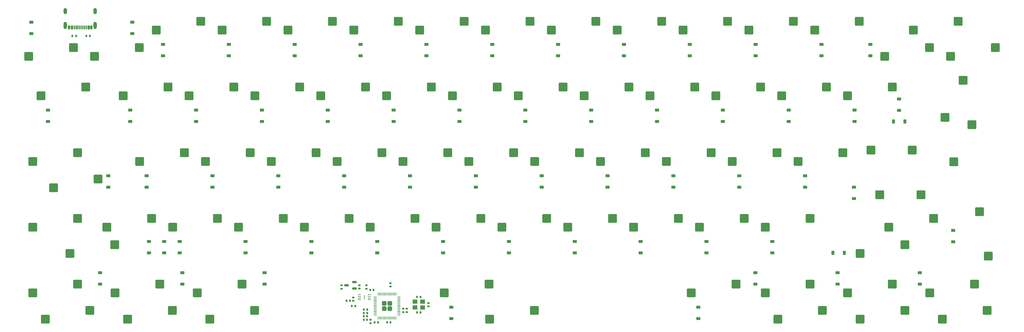
<source format=gbr>
%TF.GenerationSoftware,KiCad,Pcbnew,8.0.7*%
%TF.CreationDate,2024-12-17T23:30:47+08:00*%
%TF.ProjectId,PH60_Rev2,50483630-5f52-4657-9632-2e6b69636164,rev?*%
%TF.SameCoordinates,PX1b40518PY1b40518*%
%TF.FileFunction,Paste,Bot*%
%TF.FilePolarity,Positive*%
%FSLAX46Y46*%
G04 Gerber Fmt 4.6, Leading zero omitted, Abs format (unit mm)*
G04 Created by KiCad (PCBNEW 8.0.7) date 2024-12-17 23:30:47*
%MOMM*%
%LPD*%
G01*
G04 APERTURE LIST*
G04 Aperture macros list*
%AMRoundRect*
0 Rectangle with rounded corners*
0 $1 Rounding radius*
0 $2 $3 $4 $5 $6 $7 $8 $9 X,Y pos of 4 corners*
0 Add a 4 corners polygon primitive as box body*
4,1,4,$2,$3,$4,$5,$6,$7,$8,$9,$2,$3,0*
0 Add four circle primitives for the rounded corners*
1,1,$1+$1,$2,$3*
1,1,$1+$1,$4,$5*
1,1,$1+$1,$6,$7*
1,1,$1+$1,$8,$9*
0 Add four rect primitives between the rounded corners*
20,1,$1+$1,$2,$3,$4,$5,0*
20,1,$1+$1,$4,$5,$6,$7,0*
20,1,$1+$1,$6,$7,$8,$9,0*
20,1,$1+$1,$8,$9,$2,$3,0*%
G04 Aperture macros list end*
%ADD10RoundRect,0.250000X-1.025000X-1.000000X1.025000X-1.000000X1.025000X1.000000X-1.025000X1.000000X0*%
%ADD11RoundRect,0.250000X1.025000X1.000000X-1.025000X1.000000X-1.025000X-1.000000X1.025000X-1.000000X0*%
%ADD12RoundRect,0.250000X1.000000X-1.025000X1.000000X1.025000X-1.000000X1.025000X-1.000000X-1.025000X0*%
%ADD13RoundRect,0.250000X-1.000000X1.025000X-1.000000X-1.025000X1.000000X-1.025000X1.000000X1.025000X0*%
%ADD14RoundRect,0.225000X-0.375000X0.225000X-0.375000X-0.225000X0.375000X-0.225000X0.375000X0.225000X0*%
%ADD15RoundRect,0.225000X0.375000X-0.225000X0.375000X0.225000X-0.375000X0.225000X-0.375000X-0.225000X0*%
%ADD16RoundRect,0.135000X-0.185000X0.135000X-0.185000X-0.135000X0.185000X-0.135000X0.185000X0.135000X0*%
%ADD17RoundRect,0.140000X0.140000X0.170000X-0.140000X0.170000X-0.140000X-0.170000X0.140000X-0.170000X0*%
%ADD18RoundRect,0.135000X-0.135000X-0.185000X0.135000X-0.185000X0.135000X0.185000X-0.135000X0.185000X0*%
%ADD19RoundRect,0.225000X-0.225000X-0.375000X0.225000X-0.375000X0.225000X0.375000X-0.225000X0.375000X0*%
%ADD20RoundRect,0.135000X0.135000X0.185000X-0.135000X0.185000X-0.135000X-0.185000X0.135000X-0.185000X0*%
%ADD21RoundRect,0.140000X-0.170000X0.140000X-0.170000X-0.140000X0.170000X-0.140000X0.170000X0.140000X0*%
%ADD22RoundRect,0.140000X0.170000X-0.140000X0.170000X0.140000X-0.170000X0.140000X-0.170000X-0.140000X0*%
%ADD23R,1.400000X1.200000*%
%ADD24RoundRect,0.040000X0.040000X0.605000X-0.040000X0.605000X-0.040000X-0.605000X0.040000X-0.605000X0*%
%ADD25RoundRect,0.062500X0.387500X0.062500X-0.387500X0.062500X-0.387500X-0.062500X0.387500X-0.062500X0*%
%ADD26RoundRect,0.140000X-0.140000X-0.170000X0.140000X-0.170000X0.140000X0.170000X-0.140000X0.170000X0*%
%ADD27RoundRect,0.249999X-0.395001X0.395001X-0.395001X-0.395001X0.395001X-0.395001X0.395001X0.395001X0*%
%ADD28RoundRect,0.050000X-0.050000X0.387500X-0.050000X-0.387500X0.050000X-0.387500X0.050000X0.387500X0*%
%ADD29RoundRect,0.050000X-0.387500X0.050000X-0.387500X-0.050000X0.387500X-0.050000X0.387500X0.050000X0*%
%ADD30RoundRect,0.150000X0.512500X0.150000X-0.512500X0.150000X-0.512500X-0.150000X0.512500X-0.150000X0*%
%ADD31RoundRect,0.150000X-0.150000X-0.425000X0.150000X-0.425000X0.150000X0.425000X-0.150000X0.425000X0*%
%ADD32RoundRect,0.075000X-0.075000X-0.500000X0.075000X-0.500000X0.075000X0.500000X-0.075000X0.500000X0*%
%ADD33O,1.000000X1.800000*%
%ADD34O,1.000000X2.100000*%
G04 APERTURE END LIST*
D10*
%TO.C,S20*%
X107215000Y-26035000D03*
X120142000Y-23495000D03*
%TD*%
%TO.C,S19*%
X88165000Y-26035000D03*
X101092000Y-23495000D03*
%TD*%
%TO.C,S47*%
X83402500Y-64135000D03*
X96329500Y-61595000D03*
%TD*%
%TO.C,S4*%
X59590000Y-6985000D03*
X72517000Y-4445000D03*
%TD*%
%TO.C,S7*%
X116740000Y-6985000D03*
X129667000Y-4445000D03*
%TD*%
D11*
%TO.C,S57-2*%
X21372500Y-88265000D03*
X8445500Y-90805000D03*
%TD*%
D10*
%TO.C,S12*%
X211990000Y-6985000D03*
X224917000Y-4445000D03*
%TD*%
D11*
%TO.C,S62*%
X233303750Y-88265000D03*
X220376750Y-90805000D03*
%TD*%
D10*
%TO.C,S3*%
X40540000Y-6985000D03*
X53467000Y-4445000D03*
%TD*%
%TO.C,S15*%
X7202500Y-26035000D03*
X20129500Y-23495000D03*
%TD*%
%TO.C,S62-2*%
X216752500Y-83185000D03*
X229679500Y-80645000D03*
%TD*%
%TO.C,S25*%
X202465000Y-26035000D03*
X215392000Y-23495000D03*
%TD*%
D11*
%TO.C,S1*%
X16610000Y-12065000D03*
X3683000Y-14605000D03*
%TD*%
D10*
%TO.C,S9*%
X154840000Y-6985000D03*
X167767000Y-4445000D03*
%TD*%
%TO.C,S44*%
X26252500Y-64135000D03*
X39179500Y-61595000D03*
%TD*%
%TO.C,S23*%
X164365000Y-26035000D03*
X177292000Y-23495000D03*
%TD*%
%TO.C,S64-2*%
X264377500Y-83185000D03*
X277304500Y-80645000D03*
%TD*%
%TO.C,S57*%
X4821250Y-83185000D03*
X17748250Y-80645000D03*
%TD*%
%TO.C,S14*%
X259615000Y-6985000D03*
X272542000Y-4445000D03*
%TD*%
%TO.C,S61*%
X195321250Y-83185000D03*
X208248250Y-80645000D03*
%TD*%
%TO.C,S16*%
X31015000Y-26035000D03*
X43942000Y-23495000D03*
%TD*%
%TO.C,S24*%
X183415000Y-26035000D03*
X196342000Y-23495000D03*
%TD*%
%TO.C,S31*%
X54827500Y-45085000D03*
X67754500Y-42545000D03*
%TD*%
%TO.C,S33*%
X92927500Y-45085000D03*
X105854500Y-42545000D03*
%TD*%
%TO.C,S34*%
X111977500Y-45085000D03*
X124904500Y-42545000D03*
%TD*%
%TO.C,S46*%
X64352500Y-64135000D03*
X77279500Y-61595000D03*
%TD*%
%TO.C,S50*%
X140552500Y-64135000D03*
X153479500Y-61595000D03*
%TD*%
%TO.C,S22*%
X145315000Y-26035000D03*
X158242000Y-23495000D03*
%TD*%
D12*
%TO.C,S41*%
X249872500Y-54710000D03*
X247332500Y-41783000D03*
%TD*%
D10*
%TO.C,S63-2*%
X240565000Y-83185000D03*
X253492000Y-80645000D03*
%TD*%
%TO.C,S27*%
X240565000Y-26035000D03*
X253492000Y-23495000D03*
%TD*%
%TO.C,S58*%
X28633750Y-83185000D03*
X41560750Y-80645000D03*
%TD*%
D11*
%TO.C,S60-2*%
X149960000Y-88265000D03*
X137033000Y-90805000D03*
%TD*%
D10*
%TO.C,S8*%
X135790000Y-6985000D03*
X148717000Y-4445000D03*
%TD*%
D11*
%TO.C,S63*%
X257116250Y-88265000D03*
X244189250Y-90805000D03*
%TD*%
D10*
%TO.C,S37*%
X169127500Y-45085000D03*
X182054500Y-42545000D03*
%TD*%
D11*
%TO.C,S55*%
X257116250Y-69215000D03*
X244189250Y-71755000D03*
%TD*%
D10*
%TO.C,S21*%
X126265000Y-26035000D03*
X139192000Y-23495000D03*
%TD*%
%TO.C,S11*%
X192940000Y-6985000D03*
X205867000Y-4445000D03*
%TD*%
%TO.C,S52*%
X178652500Y-64135000D03*
X191579500Y-61595000D03*
%TD*%
%TO.C,S30*%
X35777500Y-45085000D03*
X48704500Y-42545000D03*
%TD*%
%TO.C,S38*%
X188177500Y-45085000D03*
X201104500Y-42545000D03*
%TD*%
%TO.C,S35*%
X131027500Y-45085000D03*
X143954500Y-42545000D03*
%TD*%
%TO.C,S39*%
X207227500Y-45085000D03*
X220154500Y-42545000D03*
%TD*%
%TO.C,S48*%
X102452500Y-64135000D03*
X115379500Y-61595000D03*
%TD*%
%TO.C,S18*%
X69115000Y-26035000D03*
X82042000Y-23495000D03*
%TD*%
D12*
%TO.C,S28-2*%
X261778750Y-54710000D03*
X259238750Y-41783000D03*
%TD*%
D10*
%TO.C,S45*%
X45302500Y-64135000D03*
X58229500Y-61595000D03*
%TD*%
%TO.C,S13*%
X231040000Y-6985000D03*
X243967000Y-4445000D03*
%TD*%
%TO.C,S26*%
X221515000Y-26035000D03*
X234442000Y-23495000D03*
%TD*%
%TO.C,S5*%
X78640000Y-6985000D03*
X91567000Y-4445000D03*
%TD*%
%TO.C,S17*%
X50065000Y-26035000D03*
X62992000Y-23495000D03*
%TD*%
%TO.C,S32*%
X73877500Y-45085000D03*
X86804500Y-42545000D03*
%TD*%
%TO.C,S55-2*%
X252471250Y-64135000D03*
X265398250Y-61595000D03*
%TD*%
%TO.C,S36*%
X150077500Y-45085000D03*
X163004500Y-42545000D03*
%TD*%
%TO.C,S49*%
X121502500Y-64135000D03*
X134429500Y-61595000D03*
%TD*%
%TO.C,S60*%
X123883750Y-83185000D03*
X136810750Y-80645000D03*
%TD*%
%TO.C,S53*%
X197702500Y-64135000D03*
X210629500Y-61595000D03*
%TD*%
%TO.C,S10*%
X173890000Y-6985000D03*
X186817000Y-4445000D03*
%TD*%
D13*
%TO.C,S56*%
X278765000Y-59590000D03*
X281305000Y-72517000D03*
%TD*%
D10*
%TO.C,S59*%
X52446250Y-83185000D03*
X65373250Y-80645000D03*
%TD*%
D11*
%TO.C,S42*%
X264260000Y-12065000D03*
X251333000Y-14605000D03*
%TD*%
%TO.C,S14-2*%
X283310000Y-12065000D03*
X270383000Y-14605000D03*
%TD*%
D10*
%TO.C,S54*%
X216752500Y-64135000D03*
X229679500Y-61595000D03*
%TD*%
%TO.C,S43*%
X4821250Y-64135000D03*
X17748250Y-61595000D03*
%TD*%
%TO.C,S51*%
X159602500Y-64135000D03*
X172529500Y-61595000D03*
%TD*%
D11*
%TO.C,S58-2*%
X45185000Y-88265000D03*
X32258000Y-90805000D03*
%TD*%
D13*
%TO.C,S41-2*%
X274002500Y-21490000D03*
X276542500Y-34417000D03*
%TD*%
D12*
%TO.C,S28*%
X271303750Y-45185000D03*
X268763750Y-32258000D03*
%TD*%
D10*
%TO.C,S29-2*%
X4821250Y-45085000D03*
X17748250Y-42545000D03*
%TD*%
D11*
%TO.C,S29*%
X23753750Y-50165000D03*
X10826750Y-52705000D03*
%TD*%
D10*
%TO.C,S6*%
X97690000Y-6985000D03*
X110617000Y-4445000D03*
%TD*%
D11*
%TO.C,S59-2*%
X68997500Y-88265000D03*
X56070500Y-90805000D03*
%TD*%
%TO.C,S43-2*%
X28516250Y-69215000D03*
X15589250Y-71755000D03*
%TD*%
%TO.C,S2*%
X35660000Y-12065000D03*
X22733000Y-14605000D03*
%TD*%
%TO.C,S64*%
X280928750Y-88265000D03*
X268001750Y-90805000D03*
%TD*%
D10*
%TO.C,S40*%
X226277500Y-45085000D03*
X239204500Y-42545000D03*
%TD*%
D14*
%TO.C,D1*%
X4445000Y-4645000D03*
X4445000Y-7945000D03*
%TD*%
D15*
%TO.C,D46*%
X66357500Y-71555000D03*
X66357500Y-68255000D03*
%TD*%
%TO.C,D32*%
X75882500Y-52505000D03*
X75882500Y-49205000D03*
%TD*%
%TO.C,D34*%
X113982500Y-52505000D03*
X113982500Y-49205000D03*
%TD*%
D14*
%TO.C,D41*%
X242412500Y-52505000D03*
X242412500Y-55805000D03*
%TD*%
D15*
%TO.C,D56*%
X271145000Y-68325000D03*
X271145000Y-65025000D03*
%TD*%
%TO.C,D50*%
X142557500Y-71555000D03*
X142557500Y-68255000D03*
%TD*%
%TO.C,D51*%
X161607500Y-71555000D03*
X161607500Y-68255000D03*
%TD*%
%TO.C,D5*%
X80645000Y-14405000D03*
X80645000Y-11105000D03*
%TD*%
D16*
%TO.C,R1*%
X101325000Y-80935000D03*
X101325000Y-81955000D03*
%TD*%
D15*
%TO.C,D38*%
X190182500Y-52505000D03*
X190182500Y-49205000D03*
%TD*%
%TO.C,D52*%
X180657500Y-71555000D03*
X180657500Y-68255000D03*
%TD*%
%TO.C,D60*%
X125888750Y-90605000D03*
X125888750Y-87305000D03*
%TD*%
%TO.C,D48*%
X104457500Y-71555000D03*
X104457500Y-68255000D03*
%TD*%
%TO.C,D20*%
X109220000Y-33455000D03*
X109220000Y-30155000D03*
%TD*%
D17*
%TO.C,C8*%
X101555000Y-89975000D03*
X100595000Y-89975000D03*
%TD*%
D18*
%TO.C,R4*%
X100565000Y-88975000D03*
X101585000Y-88975000D03*
%TD*%
D15*
%TO.C,D42*%
X255462500Y-30225000D03*
X255462500Y-26925000D03*
%TD*%
D19*
%TO.C,D55*%
X236350000Y-71555000D03*
X239650000Y-71555000D03*
%TD*%
D15*
%TO.C,D49*%
X123507500Y-71555000D03*
X123507500Y-68255000D03*
%TD*%
D14*
%TO.C,D64*%
X261462500Y-77345000D03*
X261462500Y-80645000D03*
%TD*%
D15*
%TO.C,D27*%
X242570000Y-33455000D03*
X242570000Y-30155000D03*
%TD*%
D17*
%TO.C,C10*%
X101555000Y-90975000D03*
X100595000Y-90975000D03*
%TD*%
D15*
%TO.C,D3*%
X42545000Y-14405000D03*
X42545000Y-11105000D03*
%TD*%
D20*
%TO.C,R6*%
X17325000Y-8675000D03*
X16305000Y-8675000D03*
%TD*%
D15*
%TO.C,D4*%
X61595000Y-14405000D03*
X61595000Y-11105000D03*
%TD*%
%TO.C,D33*%
X94932500Y-52505000D03*
X94932500Y-49205000D03*
%TD*%
D21*
%TO.C,C9*%
X102555000Y-90975000D03*
X102555000Y-91935000D03*
%TD*%
D22*
%TO.C,C7*%
X97550000Y-85470758D03*
X97550000Y-84510758D03*
%TD*%
D15*
%TO.C,D17*%
X52070000Y-33455000D03*
X52070000Y-30155000D03*
%TD*%
D23*
%TO.C,Y1*%
X117625000Y-87425000D03*
X115425000Y-87425000D03*
X115425000Y-85725000D03*
X117625000Y-85725000D03*
%TD*%
D24*
%TO.C,U2*%
X100750000Y-84400000D03*
D25*
X102175000Y-83650000D03*
X102175000Y-84150000D03*
X102175000Y-84650000D03*
X102175000Y-85150000D03*
X99325000Y-85150000D03*
X99325000Y-84650000D03*
X99325000Y-84150000D03*
X99325000Y-83650000D03*
%TD*%
D26*
%TO.C,C2*%
X116045000Y-84325000D03*
X117005000Y-84325000D03*
%TD*%
D19*
%TO.C,D28*%
X253812500Y-33455000D03*
X257112500Y-33455000D03*
%TD*%
D14*
%TO.C,D63*%
X237650000Y-77345000D03*
X237650000Y-80645000D03*
%TD*%
D15*
%TO.C,D31*%
X56832500Y-52505000D03*
X56832500Y-49205000D03*
%TD*%
D27*
%TO.C,U3*%
X108125000Y-86175000D03*
X106525000Y-86175000D03*
X108125000Y-87775000D03*
X106525000Y-87775000D03*
D28*
X104725000Y-83537500D03*
X105125000Y-83537500D03*
X105525000Y-83537500D03*
X105925000Y-83537500D03*
X106325000Y-83537500D03*
X106725000Y-83537500D03*
X107125000Y-83537500D03*
X107525000Y-83537500D03*
X107925000Y-83537500D03*
X108325000Y-83537500D03*
X108725000Y-83537500D03*
X109125000Y-83537500D03*
X109525000Y-83537500D03*
X109925000Y-83537500D03*
D29*
X110762500Y-84375000D03*
X110762500Y-84775000D03*
X110762500Y-85175000D03*
X110762500Y-85575000D03*
X110762500Y-85975000D03*
X110762500Y-86375000D03*
X110762500Y-86775000D03*
X110762500Y-87175000D03*
X110762500Y-87575000D03*
X110762500Y-87975000D03*
X110762500Y-88375000D03*
X110762500Y-88775000D03*
X110762500Y-89175000D03*
X110762500Y-89575000D03*
D28*
X109925000Y-90412500D03*
X109525000Y-90412500D03*
X109125000Y-90412500D03*
X108725000Y-90412500D03*
X108325000Y-90412500D03*
X107925000Y-90412500D03*
X107525000Y-90412500D03*
X107125000Y-90412500D03*
X106725000Y-90412500D03*
X106325000Y-90412500D03*
X105925000Y-90412500D03*
X105525000Y-90412500D03*
X105125000Y-90412500D03*
X104725000Y-90412500D03*
D29*
X103887500Y-89575000D03*
X103887500Y-89175000D03*
X103887500Y-88775000D03*
X103887500Y-88375000D03*
X103887500Y-87975000D03*
X103887500Y-87575000D03*
X103887500Y-87175000D03*
X103887500Y-86775000D03*
X103887500Y-86375000D03*
X103887500Y-85975000D03*
X103887500Y-85575000D03*
X103887500Y-85175000D03*
X103887500Y-84775000D03*
X103887500Y-84375000D03*
%TD*%
D22*
%TO.C,C4*%
X99325000Y-81925000D03*
X99325000Y-80965000D03*
%TD*%
D15*
%TO.C,D29*%
X26668750Y-52505000D03*
X26668750Y-49205000D03*
%TD*%
%TO.C,D40*%
X228282500Y-52505000D03*
X228282500Y-49205000D03*
%TD*%
%TO.C,D47*%
X85407500Y-71555000D03*
X85407500Y-68255000D03*
%TD*%
%TO.C,D9*%
X156845000Y-14405000D03*
X156845000Y-11105000D03*
%TD*%
D20*
%TO.C,R5*%
X117035000Y-88825000D03*
X116015000Y-88825000D03*
%TD*%
D15*
%TO.C,D45*%
X47307500Y-71555000D03*
X47307500Y-68255000D03*
%TD*%
%TO.C,D54*%
X218757500Y-71555000D03*
X218757500Y-68255000D03*
%TD*%
%TO.C,D7*%
X118745000Y-14405000D03*
X118745000Y-11105000D03*
%TD*%
%TO.C,D53*%
X199707500Y-71555000D03*
X199707500Y-68255000D03*
%TD*%
%TO.C,D24*%
X185420000Y-33455000D03*
X185420000Y-30155000D03*
%TD*%
D17*
%TO.C,C12*%
X108325000Y-91675000D03*
X107365000Y-91675000D03*
%TD*%
D15*
%TO.C,D39*%
X209232500Y-52505000D03*
X209232500Y-49205000D03*
%TD*%
%TO.C,D21*%
X128270000Y-33455000D03*
X128270000Y-30155000D03*
%TD*%
D22*
%TO.C,C3*%
X119275000Y-87055000D03*
X119275000Y-86095000D03*
%TD*%
D15*
%TO.C,D10*%
X175895000Y-14405000D03*
X175895000Y-11105000D03*
%TD*%
D14*
%TO.C,D2*%
X33655000Y-4645000D03*
X33655000Y-7945000D03*
%TD*%
D15*
%TO.C,D25*%
X204470000Y-33455000D03*
X204470000Y-30155000D03*
%TD*%
%TO.C,D44*%
X42862500Y-71555000D03*
X42862500Y-68255000D03*
%TD*%
%TO.C,D14*%
X247175000Y-14405000D03*
X247175000Y-11105000D03*
%TD*%
D14*
%TO.C,D57*%
X24287500Y-77345000D03*
X24287500Y-80645000D03*
%TD*%
D15*
%TO.C,D16*%
X33020000Y-33455000D03*
X33020000Y-30155000D03*
%TD*%
D21*
%TO.C,C1*%
X94125000Y-80975000D03*
X94125000Y-81935000D03*
%TD*%
D15*
%TO.C,D13*%
X233045000Y-14405000D03*
X233045000Y-11105000D03*
%TD*%
%TO.C,D43*%
X38417500Y-71555000D03*
X38417500Y-68255000D03*
%TD*%
D30*
%TO.C,U4*%
X97862500Y-80025000D03*
X97862500Y-81925000D03*
X95587500Y-80975000D03*
%TD*%
D18*
%TO.C,R3*%
X100565000Y-87975000D03*
X101585000Y-87975000D03*
%TD*%
D15*
%TO.C,D15*%
X9207500Y-33455000D03*
X9207500Y-30155000D03*
%TD*%
%TO.C,D6*%
X99695000Y-14405000D03*
X99695000Y-11105000D03*
%TD*%
D17*
%TO.C,C11*%
X104725000Y-91675000D03*
X103765000Y-91675000D03*
%TD*%
%TO.C,C16*%
X98105000Y-86965000D03*
X97145000Y-86965000D03*
%TD*%
D14*
%TO.C,D59*%
X71912500Y-77345000D03*
X71912500Y-80645000D03*
%TD*%
D15*
%TO.C,D26*%
X223520000Y-33455000D03*
X223520000Y-30155000D03*
%TD*%
%TO.C,D18*%
X71120000Y-33455000D03*
X71120000Y-30155000D03*
%TD*%
D14*
%TO.C,D62*%
X213837500Y-77345000D03*
X213837500Y-80645000D03*
%TD*%
D21*
%TO.C,C13*%
X113025000Y-87755000D03*
X113025000Y-88715000D03*
%TD*%
D15*
%TO.C,D23*%
X166370000Y-33455000D03*
X166370000Y-30155000D03*
%TD*%
%TO.C,D36*%
X152082500Y-52505000D03*
X152082500Y-49205000D03*
%TD*%
D14*
%TO.C,D58*%
X48100000Y-77345000D03*
X48100000Y-80645000D03*
%TD*%
D15*
%TO.C,D37*%
X171132500Y-52505000D03*
X171132500Y-49205000D03*
%TD*%
%TO.C,D12*%
X213995000Y-14405000D03*
X213995000Y-11105000D03*
%TD*%
D18*
%TO.C,R7*%
X20325000Y-8675000D03*
X21345000Y-8675000D03*
%TD*%
D15*
%TO.C,D35*%
X133032500Y-52505000D03*
X133032500Y-49205000D03*
%TD*%
%TO.C,D30*%
X37782500Y-52505000D03*
X37782500Y-49205000D03*
%TD*%
D21*
%TO.C,C6*%
X112025000Y-87755000D03*
X112025000Y-88715000D03*
%TD*%
D15*
%TO.C,D22*%
X147320000Y-33455000D03*
X147320000Y-30155000D03*
%TD*%
%TO.C,D61*%
X197326250Y-90605000D03*
X197326250Y-87305000D03*
%TD*%
D22*
%TO.C,C14*%
X108325000Y-81305000D03*
X108325000Y-80345000D03*
%TD*%
D15*
%TO.C,D11*%
X194945000Y-14405000D03*
X194945000Y-11105000D03*
%TD*%
D17*
%TO.C,C15*%
X103380000Y-82275000D03*
X102420000Y-82275000D03*
%TD*%
D15*
%TO.C,D19*%
X90170000Y-33455000D03*
X90170000Y-30155000D03*
%TD*%
D31*
%TO.C,J1*%
X15375000Y-6180000D03*
X16175000Y-6180000D03*
D32*
X17325000Y-6180000D03*
X18325000Y-6180000D03*
X18825000Y-6180000D03*
X19825000Y-6180000D03*
D31*
X20975000Y-6180000D03*
X21775000Y-6180000D03*
X21775000Y-6180000D03*
X20975000Y-6180000D03*
D32*
X20325000Y-6180000D03*
X19325000Y-6180000D03*
X17825000Y-6180000D03*
X16825000Y-6180000D03*
D31*
X16175000Y-6180000D03*
X15375000Y-6180000D03*
D33*
X14255000Y-1425000D03*
D34*
X14255000Y-5605000D03*
D33*
X22895000Y-1425000D03*
D34*
X22895000Y-5605000D03*
%TD*%
D15*
%TO.C,D8*%
X137795000Y-14405000D03*
X137795000Y-11105000D03*
%TD*%
D17*
%TO.C,C5*%
X96580000Y-85470758D03*
X95620000Y-85470758D03*
%TD*%
M02*

</source>
